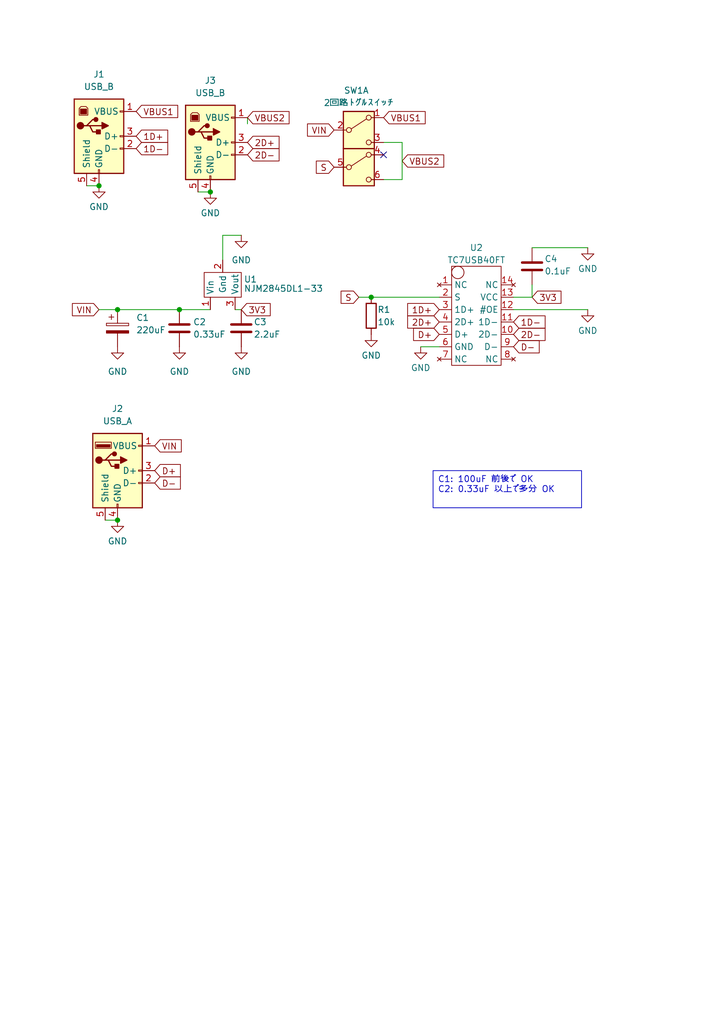
<source format=kicad_sch>
(kicad_sch (version 20231120) (generator "eeschema") (generator_version "8.0")
  (paper "A5" portrait)
  (lib_symbols
    (symbol "0Ore:NJM2845DL1-33"
      (property "Reference" "U" (at 0 0 0))
      (symbol "NJM2845DL1-33_0_1"
        (rectangle (start -3.81 12.7) (end 3.81 7.62))
      )
      (symbol "NJM2845DL1-33_1_1"
        (pin input line (at -2.54 5.08 90) (length 2.54) (name "Vin") (number "1"))
        (pin input line (at 0 15.24 270) (length 2.54) (name "Gnd") (number "2"))
        (pin input line (at 2.54 5.08 90) (length 2.54) (name "Vout") (number "3"))
      )
    )
    (symbol "0Ore:TC7USB40FT"
      (property "Reference" "U" (at 0 0 0))
      (symbol "TC7USB40FT_1_1"
        (rectangle (start -5.08 21.59) (end 5.08 1.27))
        (circle (center -3.81 20.32) (radius 1.27))
        (pin no_connect line (at -7.62 17.78 0) (length 2.54) (name "NC") (number "1"))
        (pin input line (at 7.62 7.62 180) (length 2.54) (name "2D-") (number "10"))
        (pin input line (at 7.62 10.16 180) (length 2.54) (name "1D-") (number "11"))
        (pin input line (at 7.62 12.7 180) (length 2.54) (name "#OE") (number "12"))
        (pin input line (at 7.62 15.24 180) (length 2.54) (name "VCC") (number "13"))
        (pin no_connect line (at 7.62 17.78 180) (length 2.54) (name "NC") (number "14"))
        (pin input line (at -7.62 15.24 0) (length 2.54) (name "S") (number "2"))
        (pin input line (at -7.62 12.7 0) (length 2.54) (name "1D+") (number "3"))
        (pin input line (at -7.62 10.16 0) (length 2.54) (name "2D+") (number "4"))
        (pin input line (at -7.62 7.62 0) (length 2.54) (name "D+") (number "5"))
        (pin input line (at -7.62 5.08 0) (length 2.54) (name "GND") (number "6"))
        (pin no_connect line (at -7.62 2.54 0) (length 2.54) (name "NC") (number "7"))
        (pin no_connect line (at 7.62 2.54 180) (length 2.54) (name "NC") (number "8"))
        (pin input line (at 7.62 5.08 180) (length 2.54) (name "D-") (number "9"))
      )
    )
    (symbol "Connector:USB_A" (pin_names (offset 1.016))
      (property "Reference" "J" (at -5.08 11.43 0))
      (property "Value" "USB_A" (at -5.08 8.89 0))
      (symbol "USB_A_0_1"
        (rectangle (start -5.08 -7.62) (end 5.08 7.62) (stroke (width 0.254)) (fill (type background)))
        (circle (center -3.81 2.159) (radius 0.635) (stroke (width 0.254)) (fill (type outline)))
        (rectangle (start -1.524 4.826) (end -4.318 5.334) (fill (type outline)))
        (rectangle (start -1.27 4.572) (end -4.572 5.842))
        (circle (center -0.635 3.429) (radius 0.381) (stroke (width 0.254)) (fill (type outline)))
        (rectangle (start -0.127 -7.62) (end 0.127 -6.858))
        (polyline (pts (xy -3.175 2.159) (xy -2.54 2.159) (xy -1.27 3.429) (xy -0.635 3.429)) (stroke (width 0.254)))
        (polyline (pts (xy -2.54 2.159) (xy -1.905 2.159) (xy -1.27 0.889) (xy 0 0.889)) (stroke (width 0.254)))
        (polyline (pts (xy 0.635 2.794) (xy 0.635 1.524) (xy 1.905 2.159) (xy 0.635 2.794)) (stroke (width 0.254)) (fill (type outline)))
        (rectangle (start 0.254 1.27) (end -0.508 0.508) (stroke (width 0.254)) (fill (type outline)))
        (rectangle (start 5.08 -2.667) (end 4.318 -2.413))
        (rectangle (start 5.08 -0.127) (end 4.318 0.127))
        (rectangle (start 5.08 4.953) (end 4.318 5.207))
      )
      (symbol "USB_A_1_1"
        (polyline (pts (xy -1.905 2.159) (xy 0.635 2.159)) (stroke (width 0.254)))
        (pin power_in line (at 7.62 5.08 180) (length 2.54) (name "VBUS") (number "1"))
        (pin bidirectional line (at 7.62 -2.54 180) (length 2.54) (name "D-") (number "2"))
        (pin bidirectional line (at 7.62 0 180) (length 2.54) (name "D+") (number "3"))
        (pin power_in line (at 0 -10.16 90) (length 2.54) (name "GND") (number "4"))
        (pin passive line (at -2.54 -10.16 90) (length 2.54) (name "Shield") (number "5"))
      )
    )
    (symbol "Connector:USB_B" (pin_names (offset 1.016))
      (property "Reference" "J" (at -5.08 11.43 0))
      (property "Value" "USB_B" (at -5.08 8.89 0))
      (symbol "USB_B_0_1"
        (rectangle (start -5.08 -7.62) (end 5.08 7.62) (stroke (width 0.254)) (fill (type background)))
        (circle (center -3.81 2.159) (radius 0.635) (stroke (width 0.254)) (fill (type outline)))
        (rectangle (start -3.81 5.588) (end -2.54 4.572) (fill (type outline)))
        (circle (center -0.635 3.429) (radius 0.381) (stroke (width 0.254)) (fill (type outline)))
        (rectangle (start -0.127 -7.62) (end 0.127 -6.858))
        (polyline (pts (xy -1.905 2.159) (xy 0.635 2.159)) (stroke (width 0.254)))
        (polyline (pts (xy -3.175 2.159) (xy -2.54 2.159) (xy -1.27 3.429) (xy -0.635 3.429)) (stroke (width 0.254)))
        (polyline (pts (xy -2.54 2.159) (xy -1.905 2.159) (xy -1.27 0.889) (xy 0 0.889)) (stroke (width 0.254)))
        (polyline (pts (xy 0.635 2.794) (xy 0.635 1.524) (xy 1.905 2.159) (xy 0.635 2.794)) (stroke (width 0.254)) (fill (type outline)))
        (polyline (pts (xy -4.064 4.318) (xy -2.286 4.318) (xy -2.286 5.715) (xy -2.667 6.096) (xy -3.683 6.096) (xy -4.064 5.715) (xy -4.064 4.318)))
        (rectangle (start 0.254 1.27) (end -0.508 0.508) (stroke (width 0.254)) (fill (type outline)))
        (rectangle (start 5.08 -2.667) (end 4.318 -2.413))
        (rectangle (start 5.08 -0.127) (end 4.318 0.127))
        (rectangle (start 5.08 4.953) (end 4.318 5.207))
      )
      (symbol "USB_B_1_1"
        (pin power_out line (at 7.62 5.08 180) (length 2.54) (name "VBUS") (number "1"))
        (pin bidirectional line (at 7.62 -2.54 180) (length 2.54) (name "D-") (number "2"))
        (pin bidirectional line (at 7.62 0 180) (length 2.54) (name "D+") (number "3"))
        (pin power_out line (at 0 -10.16 90) (length 2.54) (name "GND") (number "4"))
        (pin passive line (at -2.54 -10.16 90) (length 2.54) (name "Shield") (number "5"))
      )
    )
    (symbol "Device:C" (pin_numbers hide) (pin_names (offset 0.254))
      (property "Reference" "C" (at 0.635 2.54 0))
      (property "Value" "C" (at 0.635 -2.54 0))
      (symbol "C_0_1"
        (polyline (pts (xy -2.032 -0.762) (xy 2.032 -0.762)) (stroke (width 0.508)))
        (polyline (pts (xy -2.032 0.762) (xy 2.032 0.762)) (stroke (width 0.508)))
      )
      (symbol "C_1_1"
        (pin passive line (at 0 3.81 270) (length 2.794) (name "~") (number "1"))
        (pin passive line (at 0 -3.81 90) (length 2.794) (name "~") (number "2"))
      )
    )
    (symbol "Device:C_Polarized" (pin_numbers hide) (pin_names (offset 0.254))
      (property "Reference" "C" (at 0.635 2.54 0))
      (property "Value" "C_Polarized" (at 0.635 -2.54 0))
      (symbol "C_Polarized_0_1"
        (rectangle (start -2.286 0.508) (end 2.286 1.016))
        (polyline (pts (xy -1.778 2.286) (xy -0.762 2.286)))
        (polyline (pts (xy -1.27 2.794) (xy -1.27 1.778)))
        (rectangle (start 2.286 -0.508) (end -2.286 -1.016) (fill (type outline)))
      )
      (symbol "C_Polarized_1_1"
        (pin passive line (at 0 3.81 270) (length 2.794) (name "~") (number "1"))
        (pin passive line (at 0 -3.81 90) (length 2.794) (name "~") (number "2"))
      )
    )
    (symbol "Device:R" (pin_numbers hide) (pin_names (offset 0))
      (property "Reference" "R" (at 2.032 0 90))
      (property "Value" "R" (at 0 0 90))
      (symbol "R_0_1"
        (rectangle (start -1.016 -2.54) (end 1.016 2.54) (stroke (width 0.254)))
      )
      (symbol "R_1_1"
        (pin passive line (at 0 3.81 270) (length 1.27) (name "~") (number "1"))
        (pin passive line (at 0 -3.81 90) (length 1.27) (name "~") (number "2"))
      )
    )
    (symbol "Switch:SW_DPDT_x2" (pin_names (offset 0) hide)
      (property "Reference" "SW" (at 0 5.08 0))
      (property "Value" "SW_DPDT_x2" (at 0 -5.08 0))
      (symbol "SW_DPDT_x2_0_0"
        (circle (center -2.032 0) (radius 0.508))
        (circle (center 2.032 -2.54) (radius 0.508))
      )
      (symbol "SW_DPDT_x2_0_1"
        (rectangle (start -3.175 3.81) (end 3.175 -3.81) (stroke (width 0.254)) (fill (type background)))
        (polyline (pts (xy -1.524 0.254) (xy 1.5748 2.286)))
        (circle (center 2.032 2.54) (radius 0.508))
      )
      (symbol "SW_DPDT_x2_1_1"
        (pin passive line (at 5.08 2.54 180) (length 2.54) (name "A") (number "1"))
        (pin passive line (at -5.08 0 0) (length 2.54) (name "B") (number "2"))
        (pin passive line (at 5.08 -2.54 180) (length 2.54) (name "C") (number "3"))
      )
      (symbol "SW_DPDT_x2_2_1"
        (pin passive line (at 5.08 2.54 180) (length 2.54) (name "A") (number "4"))
        (pin passive line (at -5.08 0 0) (length 2.54) (name "B") (number "5"))
        (pin passive line (at 5.08 -2.54 180) (length 2.54) (name "C") (number "6"))
      )
    )
    (symbol "power:GND" (power) (pin_numbers hide) (pin_names (offset 0) hide)
      (property "Value" "GND" (at 0 -3.81 0))
      (symbol "GND_0_1"
        (polyline (pts (xy 0 0) (xy 0 -1.27) (xy 1.27 -1.27) (xy 0 -2.54) (xy -1.27 -1.27) (xy 0 -1.27)))
      )
      (symbol "GND_1_1"
        (pin power_in line (at 0 0 270) (length 0) (name "~") (number "1"))
      )
    )
  )
  (junction (at 43.18 39.37))
  (junction (at 36.83 63.5))
  (junction (at 20.32 38.1))
  (junction (at 76.2 60.96))
  (junction (at 24.13 63.5))
  (junction (at 24.13 106.68))
  (no_connect (at 78.74 31.75))
  (wire (pts (xy 105.41 63.5) (xy 120.65 63.5)))
  (wire (pts (xy 17.78 38.1) (xy 20.32 38.1)))
  (wire (pts (xy 109.22 60.96) (xy 105.41 60.96)))
  (wire (pts (xy 36.83 63.5) (xy 43.18 63.5)))
  (wire (pts (xy 109.22 50.8) (xy 120.65 50.8)))
  (wire (pts (xy 49.53 63.5) (xy 48.26 63.5)))
  (wire (pts (xy 45.72 48.26) (xy 49.53 48.26)))
  (wire (pts (xy 78.74 36.83) (xy 82.55 36.83)))
  (wire (pts (xy 21.59 106.68) (xy 24.13 106.68)))
  (wire (pts (xy 86.36 71.12) (xy 90.17 71.12)))
  (wire (pts (xy 24.13 63.5) (xy 36.83 63.5)))
  (wire (pts (xy 109.22 58.42) (xy 109.22 60.96)))
  (wire (pts (xy 50.8 24.13) (xy 50.8 25.4)))
  (wire (pts (xy 20.32 63.5) (xy 24.13 63.5)))
  (wire (pts (xy 45.72 53.34) (xy 45.72 48.26)))
  (wire (pts (xy 76.2 60.96) (xy 90.17 60.96)))
  (wire (pts (xy 73.66 60.96) (xy 76.2 60.96)))
  (wire (pts (xy 40.64 39.37) (xy 43.18 39.37)))
  (wire (pts (xy 82.55 29.21) (xy 78.74 29.21)))
  (wire (pts (xy 82.55 29.21) (xy 82.55 36.83)))
  (text_box "C1: 100uF 前後で OK\nC2: 0.33uF 以上で多分 OK" (at 88.9 96.52 0) (size 30.48 7.62) (effects (font (size 1.27 1.27)) (justify left top)))
  (global_label "1D+" (shape input) (at 27.94 27.94 0) (property "Intersheetrefs" "${INTERSHEET_REFS}" (effects (hide yes))))
  (global_label "2D-" (shape input) (at 50.8 31.75 0) (property "Intersheetrefs" "${INTERSHEET_REFS}" (effects (hide yes))))
  (global_label "1D+" (shape input) (at 90.17 63.5 180) (property "Intersheetrefs" "${INTERSHEET_REFS}" (effects (hide yes))))
  (global_label "3V3" (shape input) (at 109.22 60.96 0) (property "Intersheetrefs" "${INTERSHEET_REFS}" (effects (hide yes))))
  (global_label "VBUS2" (shape input) (at 82.55 33.02 0) (property "Intersheetrefs" "${INTERSHEET_REFS}" (effects (hide yes))))
  (global_label "D+" (shape input) (at 31.75 96.52 0) (property "Intersheetrefs" "${INTERSHEET_REFS}" (effects (hide yes))))
  (global_label "D+" (shape input) (at 90.17 68.58 180) (property "Intersheetrefs" "${INTERSHEET_REFS}" (effects (hide yes))))
  (global_label "3V3" (shape input) (at 49.53 63.5 0) (property "Intersheetrefs" "${INTERSHEET_REFS}" (effects (hide yes))))
  (global_label "1D-" (shape input) (at 105.41 66.04 0) (property "Intersheetrefs" "${INTERSHEET_REFS}" (effects (hide yes))))
  (global_label "VIN" (shape input) (at 20.32 63.5 180) (property "Intersheetrefs" "${INTERSHEET_REFS}" (effects (hide yes))))
  (global_label "VBUS1" (shape input) (at 27.94 22.86 0) (property "Intersheetrefs" "${INTERSHEET_REFS}" (effects (hide yes))))
  (global_label "VIN" (shape input) (at 31.75 91.44 0) (property "Intersheetrefs" "${INTERSHEET_REFS}" (effects (hide yes))))
  (global_label "1D-" (shape input) (at 27.94 30.48 0) (property "Intersheetrefs" "${INTERSHEET_REFS}" (effects (hide yes))))
  (global_label "S" (shape input) (at 68.58 34.29 180) (property "Intersheetrefs" "${INTERSHEET_REFS}" (effects (hide yes))))
  (global_label "D-" (shape input) (at 105.41 71.12 0) (property "Intersheetrefs" "${INTERSHEET_REFS}" (effects (hide yes))))
  (global_label "VBUS1" (shape input) (at 78.74 24.13 0) (property "Intersheetrefs" "${INTERSHEET_REFS}" (effects (hide yes))))
  (global_label "2D-" (shape input) (at 105.41 68.58 0) (property "Intersheetrefs" "${INTERSHEET_REFS}" (effects (hide yes))))
  (global_label "2D+" (shape input) (at 50.8 29.21 0) (property "Intersheetrefs" "${INTERSHEET_REFS}" (effects (hide yes))))
  (global_label "VIN" (shape input) (at 68.58 26.67 180) (property "Intersheetrefs" "${INTERSHEET_REFS}" (effects (hide yes))))
  (global_label "VBUS2" (shape input) (at 50.8 24.13 0) (property "Intersheetrefs" "${INTERSHEET_REFS}" (effects (hide yes))))
  (global_label "S" (shape input) (at 73.66 60.96 180) (property "Intersheetrefs" "${INTERSHEET_REFS}" (effects (hide yes))))
  (global_label "2D+" (shape input) (at 90.17 66.04 180) (property "Intersheetrefs" "${INTERSHEET_REFS}" (effects (hide yes))))
  (global_label "D-" (shape input) (at 31.75 99.06 0) (property "Intersheetrefs" "${INTERSHEET_REFS}" (effects (hide yes))))
  (symbol (lib_id "Device:R") (at 76.2 64.77 0) (unit 1)
    (property "Reference" "R1" (at 77.47 63.5 0) (effects (justify left)))
    (property "Value" "10k" (at 77.47 66.04 0) (effects (justify left)))
    (property "Description" "Resistor" (effects (hide yes)))
  )
  (symbol (lib_id "Connector:USB_B") (at 20.32 27.94 0) (unit 1)
    (property "Reference" "J1" (at 20.32 15.24 0))
    (property "Value" "USB_B" (at 20.32 17.78 0))
    (property "Description" "USB Type B connector" (effects (hide yes)))
  )
  (symbol (lib_id "0Ore:NJM2845DL1-33") (at 45.72 68.58 0) (unit 1)
    (property "Reference" "U1" (at 50.038 57.2769 0) (effects (justify left)))
    (property "Value" "NJM2845DL1-33 " (at 50.038 59.182 0) (effects (justify left)))
  )
  (symbol (lib_id "power:GND") (at 43.18 39.37 0) (unit 1)
    (property "Reference" "#PWR05" (effects (hide yes)))
    (property "Value" "GND" (at 43.18 43.688 0))
    (property "Description" "Power symbol creates a global label with name \"GND\" , ground" (effects (hide yes)))
  )
  (symbol (lib_id "power:GND") (at 49.53 48.26 0) (unit 1)
    (property "Reference" "#PWR06" (effects (hide yes)))
    (property "Value" "GND" (at 49.53 53.34 0))
    (property "Description" "Power symbol creates a global label with name \"GND\" , ground" (effects (hide yes)))
  )
  (symbol (lib_id "power:GND") (at 24.13 106.68 0) (unit 1)
    (property "Reference" "#PWR03" (effects (hide yes)))
    (property "Value" "GND" (at 24.13 110.998 0))
    (property "Description" "Power symbol creates a global label with name \"GND\" , ground" (effects (hide yes)))
  )
  (symbol (lib_id "Device:C") (at 36.83 67.31 180) (unit 1)
    (property "Reference" "C2" (at 39.624 66.04 0) (effects (justify right)))
    (property "Value" "0.33uF" (at 39.624 68.58 0) (effects (justify right)))
    (property "Description" "Unpolarized capacitor" (effects (hide yes)))
  )
  (symbol (lib_id "power:GND") (at 36.83 71.12 0) (unit 1)
    (property "Reference" "#PWR04" (effects (hide yes)))
    (property "Value" "GND" (at 36.83 76.2 0))
    (property "Description" "Power symbol creates a global label with name \"GND\" , ground" (effects (hide yes)))
  )
  (symbol (lib_id "power:GND") (at 24.13 71.12 0) (unit 1)
    (property "Reference" "#PWR02" (effects (hide yes)))
    (property "Value" "GND" (at 24.13 76.2 0))
    (property "Description" "Power symbol creates a global label with name \"GND\" , ground" (effects (hide yes)))
  )
  (symbol (lib_id "power:GND") (at 86.36 71.12 0) (unit 1)
    (property "Reference" "#PWR09" (effects (hide yes)))
    (property "Value" "GND" (at 86.36 75.438 0))
    (property "Description" "Power symbol creates a global label with name \"GND\" , ground" (effects (hide yes)))
  )
  (symbol (lib_id "power:GND") (at 49.53 71.12 0) (unit 1)
    (property "Reference" "#PWR07" (effects (hide yes)))
    (property "Value" "GND" (at 49.53 76.2 0))
    (property "Description" "Power symbol creates a global label with name \"GND\" , ground" (effects (hide yes)))
  )
  (symbol (lib_id "power:GND") (at 120.65 63.5 0) (unit 1)
    (property "Reference" "#PWR011" (effects (hide yes)))
    (property "Value" "GND" (at 120.65 67.818 0))
    (property "Description" "Power symbol creates a global label with name \"GND\" , ground" (effects (hide yes)))
  )
  (symbol (lib_id "power:GND") (at 20.32 38.1 0) (unit 1)
    (property "Reference" "#PWR01" (effects (hide yes)))
    (property "Value" "GND" (at 20.32 42.418 0))
    (property "Description" "Power symbol creates a global label with name \"GND\" , ground" (effects (hide yes)))
  )
  (symbol (lib_id "Device:C") (at 49.53 67.31 180) (unit 1)
    (property "Reference" "C3" (at 52.07 66.04 0) (effects (justify right)))
    (property "Value" "2.2uF" (at 52.07 68.58 0) (effects (justify right)))
    (property "Description" "Unpolarized capacitor" (effects (hide yes)))
  )
  (symbol (lib_id "power:GND") (at 76.2 68.58 0) (unit 1)
    (property "Reference" "#PWR08" (effects (hide yes)))
    (property "Value" "GND" (at 76.2 72.898 0))
    (property "Description" "Power symbol creates a global label with name \"GND\" , ground" (effects (hide yes)))
  )
  (symbol (lib_id "Device:C") (at 109.22 54.61 180) (unit 1)
    (property "Reference" "C4" (at 111.76 53.086 0) (effects (justify right)))
    (property "Value" "0.1uF" (at 111.76 55.626 0) (effects (justify right)))
    (property "Description" "Unpolarized capacitor" (effects (hide yes)))
  )
  (symbol (lib_id "Connector:USB_B") (at 43.18 29.21 0) (unit 1)
    (property "Reference" "J3" (at 43.18 16.51 0))
    (property "Value" "USB_B" (at 43.18 19.05 0))
    (property "Description" "USB Type B connector" (effects (hide yes)))
  )
  (symbol (lib_id "power:GND") (at 120.65 50.8 0) (unit 1)
    (property "Reference" "#PWR010" (effects (hide yes)))
    (property "Value" "GND" (at 120.65 55.118 0))
    (property "Description" "Power symbol creates a global label with name \"GND\" , ground" (effects (hide yes)))
  )
  (symbol (lib_id "Switch:SW_DPDT_x2") (at 73.66 34.29 0) (unit 2)
    (property "Reference" "SW1" (effects (hide yes)))
    (property "Value" "2回路トグルスイッチ" (effects (hide yes)))
    (property "Description" "Switch, dual pole double throw, separate symbols" (effects (hide yes)))
  )
  (symbol (lib_id "Connector:USB_A") (at 24.13 96.52 0) (unit 1)
    (property "Reference" "J2" (at 24.13 83.82 0))
    (property "Value" "USB_A" (at 24.13 86.36 0))
    (property "Description" "USB Type A connector" (effects (hide yes)))
  )
  (symbol (lib_id "Switch:SW_DPDT_x2") (at 73.66 26.67 0) (unit 1)
    (property "Reference" "SW1" (at 73.152 18.542 0))
    (property "Value" "2回路トグルスイッチ" (at 73.66 21.082 0))
    (property "Description" "Switch, dual pole double throw, separate symbols" (effects (hide yes)))
  )
  (symbol (lib_id "0Ore:TC7USB40FT") (at 97.79 76.2 0) (unit 1)
    (property "Reference" "U2" (at 97.79 50.8 0))
    (property "Value" "TC7USB40FT" (at 97.79 53.34 0))
  )
  (symbol (lib_id "Device:C_Polarized") (at 24.13 67.31 0) (unit 1)
    (property "Reference" "C1" (at 27.94 65.1509 0) (effects (justify left)))
    (property "Value" "220uF" (at 27.94 67.6909 0) (effects (justify left)))
    (property "Description" "Polarized capacitor" (effects (hide yes)))
  )
)
</source>
